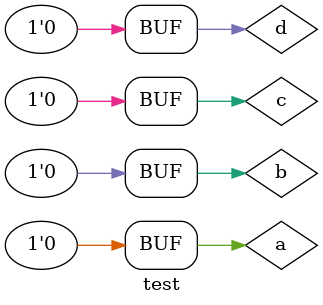
<source format=v>
module test();
    
    reg a, b, c, d;
    wire out, out_n;

    top_module top(a, b, c, d, out, out_n);

    initial begin 
        a = 0; b = 0; c = 0; d = 0;
        $monitor("a = %b, b = %b, c = %b, d = %b => out = %b, out_n = %b", a, b, c, d, out, out_n);
        for (a = 0; a <= 1; a = a + 1) begin 
            for (b = 0; b <= 1; b = b + 1) begin 
                for (c = 0; c <= 1; c = c + 1) begin 
                    for (d = 0; d <= 1; d = d + 1) begin 
                        #1;
                    end 
                end 
            end
        end
    end

endmodule
</source>
